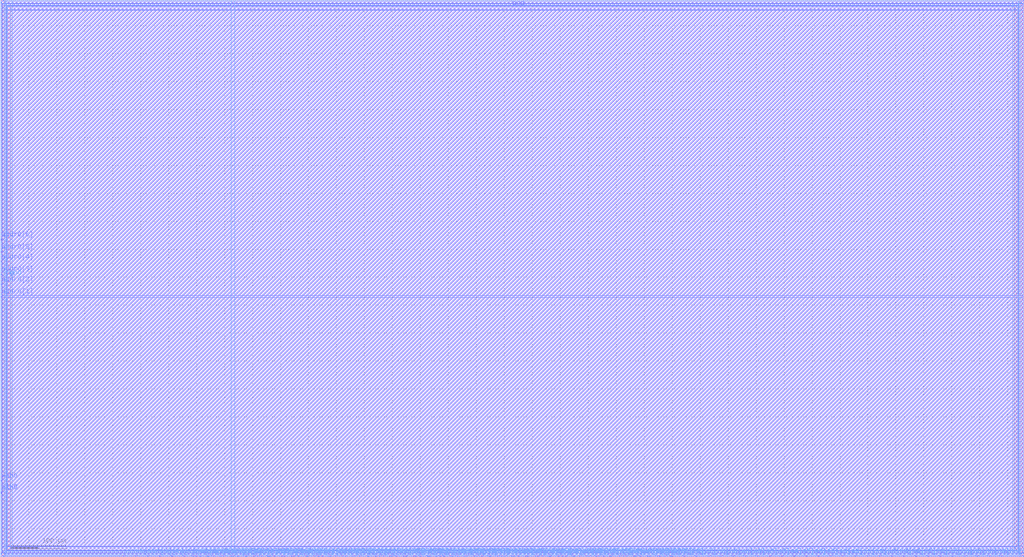
<source format=lef>
VERSION 5.4 ;
NAMESCASESENSITIVE ON ;
BUSBITCHARS "[]" ;
DIVIDERCHAR "/" ;
UNITS
  DATABASE MICRONS 2000 ;
END UNITS
MACRO sram_l1_icache_way
   CLASS BLOCK ;
   SIZE 1829.0 BY 996.4 ;
   SYMMETRY X Y R90 ;
   PIN din0[0]
      DIRECTION INPUT ;
      PORT
         LAYER met4 ;
         RECT  414.8 0.0 416.0 1.2 ;
      END
   END din0[0]
   PIN din0[1]
      DIRECTION INPUT ;
      PORT
         LAYER met4 ;
         RECT  436.6 0.0 437.8 1.2 ;
      END
   END din0[1]
   PIN din0[2]
      DIRECTION INPUT ;
      PORT
         LAYER met4 ;
         RECT  458.4 0.0 459.6 1.2 ;
      END
   END din0[2]
   PIN din0[3]
      DIRECTION INPUT ;
      PORT
         LAYER met4 ;
         RECT  480.2 0.0 481.4 1.2 ;
      END
   END din0[3]
   PIN din0[4]
      DIRECTION INPUT ;
      PORT
         LAYER met4 ;
         RECT  502.0 0.0 503.2 1.2 ;
      END
   END din0[4]
   PIN din0[5]
      DIRECTION INPUT ;
      PORT
         LAYER met4 ;
         RECT  523.8 0.0 525.0 1.2 ;
      END
   END din0[5]
   PIN din0[6]
      DIRECTION INPUT ;
      PORT
         LAYER met4 ;
         RECT  545.6 0.0 546.8 1.2 ;
      END
   END din0[6]
   PIN din0[7]
      DIRECTION INPUT ;
      PORT
         LAYER met4 ;
         RECT  567.4 0.0 568.6 1.2 ;
      END
   END din0[7]
   PIN din0[8]
      DIRECTION INPUT ;
      PORT
         LAYER met4 ;
         RECT  589.2 0.0 590.4 1.2 ;
      END
   END din0[8]
   PIN din0[9]
      DIRECTION INPUT ;
      PORT
         LAYER met4 ;
         RECT  611.0 0.0 612.2 1.2 ;
      END
   END din0[9]
   PIN din0[10]
      DIRECTION INPUT ;
      PORT
         LAYER met4 ;
         RECT  632.8 0.0 634.0 1.2 ;
      END
   END din0[10]
   PIN din0[11]
      DIRECTION INPUT ;
      PORT
         LAYER met4 ;
         RECT  654.6 0.0 655.8 1.2 ;
      END
   END din0[11]
   PIN din0[12]
      DIRECTION INPUT ;
      PORT
         LAYER met4 ;
         RECT  676.4 0.0 677.6 1.2 ;
      END
   END din0[12]
   PIN din0[13]
      DIRECTION INPUT ;
      PORT
         LAYER met4 ;
         RECT  698.2 0.0 699.4 1.2 ;
      END
   END din0[13]
   PIN din0[14]
      DIRECTION INPUT ;
      PORT
         LAYER met4 ;
         RECT  720.0 0.0 721.2 1.2 ;
      END
   END din0[14]
   PIN din0[15]
      DIRECTION INPUT ;
      PORT
         LAYER met4 ;
         RECT  741.8 0.0 743.0 1.2 ;
      END
   END din0[15]
   PIN din0[16]
      DIRECTION INPUT ;
      PORT
         LAYER met4 ;
         RECT  763.6 0.0 764.8 1.2 ;
      END
   END din0[16]
   PIN din0[17]
      DIRECTION INPUT ;
      PORT
         LAYER met4 ;
         RECT  785.4 0.0 786.6 1.2 ;
      END
   END din0[17]
   PIN din0[18]
      DIRECTION INPUT ;
      PORT
         LAYER met4 ;
         RECT  807.2 0.0 808.4 1.2 ;
      END
   END din0[18]
   PIN din0[19]
      DIRECTION INPUT ;
      PORT
         LAYER met4 ;
         RECT  829.0 0.0 830.2 1.2 ;
      END
   END din0[19]
   PIN din0[20]
      DIRECTION INPUT ;
      PORT
         LAYER met4 ;
         RECT  850.8 0.0 852.0 1.2 ;
      END
   END din0[20]
   PIN din0[21]
      DIRECTION INPUT ;
      PORT
         LAYER met4 ;
         RECT  872.6 0.0 873.8 1.2 ;
      END
   END din0[21]
   PIN din0[22]
      DIRECTION INPUT ;
      PORT
         LAYER met4 ;
         RECT  894.4 0.0 895.6 1.2 ;
      END
   END din0[22]
   PIN din0[23]
      DIRECTION INPUT ;
      PORT
         LAYER met4 ;
         RECT  916.2 0.0 917.4 1.2 ;
      END
   END din0[23]
   PIN din0[24]
      DIRECTION INPUT ;
      PORT
         LAYER met4 ;
         RECT  938.0 0.0 939.2 1.2 ;
      END
   END din0[24]
   PIN din0[25]
      DIRECTION INPUT ;
      PORT
         LAYER met4 ;
         RECT  959.8 0.0 961.0 1.2 ;
      END
   END din0[25]
   PIN din0[26]
      DIRECTION INPUT ;
      PORT
         LAYER met4 ;
         RECT  981.6 0.0 982.8 1.2 ;
      END
   END din0[26]
   PIN din0[27]
      DIRECTION INPUT ;
      PORT
         LAYER met4 ;
         RECT  1003.4 0.0 1004.6 1.2 ;
      END
   END din0[27]
   PIN din0[28]
      DIRECTION INPUT ;
      PORT
         LAYER met4 ;
         RECT  1025.2 0.0 1026.4 1.2 ;
      END
   END din0[28]
   PIN din0[29]
      DIRECTION INPUT ;
      PORT
         LAYER met4 ;
         RECT  1047.0 0.0 1048.2 1.2 ;
      END
   END din0[29]
   PIN din0[30]
      DIRECTION INPUT ;
      PORT
         LAYER met4 ;
         RECT  1068.8 0.0 1070.0 1.2 ;
      END
   END din0[30]
   PIN din0[31]
      DIRECTION INPUT ;
      PORT
         LAYER met4 ;
         RECT  1090.6 0.0 1091.8 1.2 ;
      END
   END din0[31]
   PIN din0[32]
      DIRECTION INPUT ;
      PORT
         LAYER met4 ;
         RECT  1112.4 0.0 1113.6 1.2 ;
      END
   END din0[32]
   PIN din0[33]
      DIRECTION INPUT ;
      PORT
         LAYER met4 ;
         RECT  1134.2 0.0 1135.4 1.2 ;
      END
   END din0[33]
   PIN din0[34]
      DIRECTION INPUT ;
      PORT
         LAYER met4 ;
         RECT  1156.0 0.0 1157.2 1.2 ;
      END
   END din0[34]
   PIN din0[35]
      DIRECTION INPUT ;
      PORT
         LAYER met4 ;
         RECT  1177.8 0.0 1179.0 1.2 ;
      END
   END din0[35]
   PIN din0[36]
      DIRECTION INPUT ;
      PORT
         LAYER met4 ;
         RECT  1199.6 0.0 1200.8 1.2 ;
      END
   END din0[36]
   PIN din0[37]
      DIRECTION INPUT ;
      PORT
         LAYER met4 ;
         RECT  1221.4 0.0 1222.6 1.2 ;
      END
   END din0[37]
   PIN din0[38]
      DIRECTION INPUT ;
      PORT
         LAYER met4 ;
         RECT  1243.2 0.0 1244.4 1.2 ;
      END
   END din0[38]
   PIN din0[39]
      DIRECTION INPUT ;
      PORT
         LAYER met4 ;
         RECT  1265.0 0.0 1266.2 1.2 ;
      END
   END din0[39]
   PIN din0[40]
      DIRECTION INPUT ;
      PORT
         LAYER met4 ;
         RECT  1286.8 0.0 1288.0 1.2 ;
      END
   END din0[40]
   PIN din0[41]
      DIRECTION INPUT ;
      PORT
         LAYER met4 ;
         RECT  1308.6 0.0 1309.8 1.2 ;
      END
   END din0[41]
   PIN din0[42]
      DIRECTION INPUT ;
      PORT
         LAYER met4 ;
         RECT  1330.4 0.0 1331.6 1.2 ;
      END
   END din0[42]
   PIN din0[43]
      DIRECTION INPUT ;
      PORT
         LAYER met4 ;
         RECT  1352.2 0.0 1353.4 1.2 ;
      END
   END din0[43]
   PIN din0[44]
      DIRECTION INPUT ;
      PORT
         LAYER met4 ;
         RECT  1374.0 0.0 1375.2 1.2 ;
      END
   END din0[44]
   PIN din0[45]
      DIRECTION INPUT ;
      PORT
         LAYER met4 ;
         RECT  1395.8 0.0 1397.0 1.2 ;
      END
   END din0[45]
   PIN din0[46]
      DIRECTION INPUT ;
      PORT
         LAYER met4 ;
         RECT  1417.6 0.0 1418.8 1.2 ;
      END
   END din0[46]
   PIN din0[47]
      DIRECTION INPUT ;
      PORT
         LAYER met4 ;
         RECT  1439.4 0.0 1440.6 1.2 ;
      END
   END din0[47]
   PIN din0[48]
      DIRECTION INPUT ;
      PORT
         LAYER met4 ;
         RECT  1461.2 0.0 1462.4 1.2 ;
      END
   END din0[48]
   PIN din0[49]
      DIRECTION INPUT ;
      PORT
         LAYER met4 ;
         RECT  1483.0 0.0 1484.2 1.2 ;
      END
   END din0[49]
   PIN din0[50]
      DIRECTION INPUT ;
      PORT
         LAYER met4 ;
         RECT  1504.8 0.0 1506.0 1.2 ;
      END
   END din0[50]
   PIN din0[51]
      DIRECTION INPUT ;
      PORT
         LAYER met4 ;
         RECT  1526.6 0.0 1527.8 1.2 ;
      END
   END din0[51]
   PIN din0[52]
      DIRECTION INPUT ;
      PORT
         LAYER met4 ;
         RECT  1548.4 0.0 1549.6 1.2 ;
      END
   END din0[52]
   PIN din0[53]
      DIRECTION INPUT ;
      PORT
         LAYER met4 ;
         RECT  1570.2 0.0 1571.4 1.2 ;
      END
   END din0[53]
   PIN din0[54]
      DIRECTION INPUT ;
      PORT
         LAYER met4 ;
         RECT  1592.0 0.0 1593.2 1.2 ;
      END
   END din0[54]
   PIN din0[55]
      DIRECTION INPUT ;
      PORT
         LAYER met4 ;
         RECT  1613.8 0.0 1615.0 1.2 ;
      END
   END din0[55]
   PIN din0[56]
      DIRECTION INPUT ;
      PORT
         LAYER met4 ;
         RECT  1635.6 0.0 1636.8 1.2 ;
      END
   END din0[56]
   PIN din0[57]
      DIRECTION INPUT ;
      PORT
         LAYER met4 ;
         RECT  1657.4 0.0 1658.6 1.2 ;
      END
   END din0[57]
   PIN din0[58]
      DIRECTION INPUT ;
      PORT
         LAYER met4 ;
         RECT  1679.2 0.0 1680.4 1.2 ;
      END
   END din0[58]
   PIN din0[59]
      DIRECTION INPUT ;
      PORT
         LAYER met4 ;
         RECT  1701.0 0.0 1702.2 1.2 ;
      END
   END din0[59]
   PIN din0[60]
      DIRECTION INPUT ;
      PORT
         LAYER met4 ;
         RECT  1722.8 0.0 1724.0 1.2 ;
      END
   END din0[60]
   PIN din0[61]
      DIRECTION INPUT ;
      PORT
         LAYER met4 ;
         RECT  1744.6 0.0 1745.8 1.2 ;
      END
   END din0[61]
   PIN din0[62]
      DIRECTION INPUT ;
      PORT
         LAYER met4 ;
         RECT  1766.4 0.0 1767.6 1.2 ;
      END
   END din0[62]
   PIN din0[63]
      DIRECTION INPUT ;
      PORT
         LAYER met4 ;
         RECT  1788.2 0.0 1789.4 1.2 ;
      END
   END din0[63]
   PIN addr0[0]
      DIRECTION INPUT ;
      PORT
         LAYER met4 ;
         RECT  218.6 0.0 219.8 1.2 ;
      END
   END addr0[0]
   PIN addr0[1]
      DIRECTION INPUT ;
      PORT
         LAYER met3 ;
         RECT  0.0 464.8 1.2 466.0 ;
      END
   END addr0[1]
   PIN addr0[2]
      DIRECTION INPUT ;
      PORT
         LAYER met3 ;
         RECT  0.0 486.8 1.2 488.0 ;
      END
   END addr0[2]
   PIN addr0[3]
      DIRECTION INPUT ;
      PORT
         LAYER met3 ;
         RECT  0.0 504.8 1.2 506.0 ;
      END
   END addr0[3]
   PIN addr0[4]
      DIRECTION INPUT ;
      PORT
         LAYER met3 ;
         RECT  0.0 526.8 1.2 528.0 ;
      END
   END addr0[4]
   PIN addr0[5]
      DIRECTION INPUT ;
      PORT
         LAYER met3 ;
         RECT  0.0 544.8 1.2 546.0 ;
      END
   END addr0[5]
   PIN addr0[6]
      DIRECTION INPUT ;
      PORT
         LAYER met3 ;
         RECT  0.0 566.8 1.2 568.0 ;
      END
   END addr0[6]
   PIN csb0
      DIRECTION INPUT ;
      PORT
         LAYER met3 ;
         RECT  0.0 113.4 1.2 114.6 ;
      END
   END csb0
   PIN web0
      DIRECTION INPUT ;
      PORT
         LAYER met3 ;
         RECT  0.0 135.4 1.2 136.6 ;
      END
   END web0
   PIN clk0
      DIRECTION INPUT ;
      PORT
         LAYER met3 ;
         RECT  0.0 115.4 1.2 116.6 ;
      END
   END clk0
   PIN wmask0[0]
      DIRECTION INPUT ;
      PORT
         LAYER met4 ;
         RECT  240.4 0.0 241.6 1.2 ;
      END
   END wmask0[0]
   PIN wmask0[1]
      DIRECTION INPUT ;
      PORT
         LAYER met4 ;
         RECT  262.2 0.0 263.4 1.2 ;
      END
   END wmask0[1]
   PIN wmask0[2]
      DIRECTION INPUT ;
      PORT
         LAYER met4 ;
         RECT  284.0 0.0 285.2 1.2 ;
      END
   END wmask0[2]
   PIN wmask0[3]
      DIRECTION INPUT ;
      PORT
         LAYER met4 ;
         RECT  305.8 0.0 307.0 1.2 ;
      END
   END wmask0[3]
   PIN wmask0[4]
      DIRECTION INPUT ;
      PORT
         LAYER met4 ;
         RECT  327.6 0.0 328.8 1.2 ;
      END
   END wmask0[4]
   PIN wmask0[5]
      DIRECTION INPUT ;
      PORT
         LAYER met4 ;
         RECT  349.4 0.0 350.6 1.2 ;
      END
   END wmask0[5]
   PIN wmask0[6]
      DIRECTION INPUT ;
      PORT
         LAYER met4 ;
         RECT  371.2 0.0 372.4 1.2 ;
      END
   END wmask0[6]
   PIN wmask0[7]
      DIRECTION INPUT ;
      PORT
         LAYER met4 ;
         RECT  393.0 0.0 394.2 1.2 ;
      END
   END wmask0[7]
   PIN dout0[0]
      DIRECTION OUTPUT ;
      PORT
         LAYER met4 ;
         RECT  343.5 0.0 344.7 1.2 ;
      END
   END dout0[0]
   PIN dout0[1]
      DIRECTION OUTPUT ;
      PORT
         LAYER met4 ;
         RECT  356.9 0.0 358.1 1.2 ;
      END
   END dout0[1]
   PIN dout0[2]
      DIRECTION OUTPUT ;
      PORT
         LAYER met4 ;
         RECT  368.6 0.0 369.8 1.2 ;
      END
   END dout0[2]
   PIN dout0[3]
      DIRECTION OUTPUT ;
      PORT
         LAYER met4 ;
         RECT  379.8 0.0 381.0 1.2 ;
      END
   END dout0[3]
   PIN dout0[4]
      DIRECTION OUTPUT ;
      PORT
         LAYER met4 ;
         RECT  397.7 0.0 398.9 1.2 ;
      END
   END dout0[4]
   PIN dout0[5]
      DIRECTION OUTPUT ;
      PORT
         LAYER met4 ;
         RECT  411.3 0.0 412.5 1.2 ;
      END
   END dout0[5]
   PIN dout0[6]
      DIRECTION OUTPUT ;
      PORT
         LAYER met4 ;
         RECT  423.1 0.0 424.3 1.2 ;
      END
   END dout0[6]
   PIN dout0[7]
      DIRECTION OUTPUT ;
      PORT
         LAYER met4 ;
         RECT  439.2 0.0 440.4 1.2 ;
      END
   END dout0[7]
   PIN dout0[8]
      DIRECTION OUTPUT ;
      PORT
         LAYER met4 ;
         RECT  452.3 0.0 453.5 1.2 ;
      END
   END dout0[8]
   PIN dout0[9]
      DIRECTION OUTPUT ;
      PORT
         LAYER met4 ;
         RECT  465.7 0.0 466.9 1.2 ;
      END
   END dout0[9]
   PIN dout0[10]
      DIRECTION OUTPUT ;
      PORT
         LAYER met4 ;
         RECT  477.5 0.0 478.7 1.2 ;
      END
   END dout0[10]
   PIN dout0[11]
      DIRECTION OUTPUT ;
      PORT
         LAYER met4 ;
         RECT  488.8 0.0 490.0 1.2 ;
      END
   END dout0[11]
   PIN dout0[12]
      DIRECTION OUTPUT ;
      PORT
         LAYER met4 ;
         RECT  506.5 0.0 507.7 1.2 ;
      END
   END dout0[12]
   PIN dout0[13]
      DIRECTION OUTPUT ;
      PORT
         LAYER met4 ;
         RECT  520.1 0.0 521.3 1.2 ;
      END
   END dout0[13]
   PIN dout0[14]
      DIRECTION OUTPUT ;
      PORT
         LAYER met4 ;
         RECT  531.9 0.0 533.1 1.2 ;
      END
   END dout0[14]
   PIN dout0[15]
      DIRECTION OUTPUT ;
      PORT
         LAYER met4 ;
         RECT  548.2 0.0 549.4 1.2 ;
      END
   END dout0[15]
   PIN dout0[16]
      DIRECTION OUTPUT ;
      PORT
         LAYER met4 ;
         RECT  561.1 0.0 562.3 1.2 ;
      END
   END dout0[16]
   PIN dout0[17]
      DIRECTION OUTPUT ;
      PORT
         LAYER met4 ;
         RECT  574.5 0.0 575.7 1.2 ;
      END
   END dout0[17]
   PIN dout0[18]
      DIRECTION OUTPUT ;
      PORT
         LAYER met4 ;
         RECT  586.3 0.0 587.5 1.2 ;
      END
   END dout0[18]
   PIN dout0[19]
      DIRECTION OUTPUT ;
      PORT
         LAYER met4 ;
         RECT  597.8 0.0 599.0 1.2 ;
      END
   END dout0[19]
   PIN dout0[20]
      DIRECTION OUTPUT ;
      PORT
         LAYER met4 ;
         RECT  615.3 0.0 616.5 1.2 ;
      END
   END dout0[20]
   PIN dout0[21]
      DIRECTION OUTPUT ;
      PORT
         LAYER met4 ;
         RECT  628.9 0.0 630.1 1.2 ;
      END
   END dout0[21]
   PIN dout0[22]
      DIRECTION OUTPUT ;
      PORT
         LAYER met4 ;
         RECT  640.7 0.0 641.9 1.2 ;
      END
   END dout0[22]
   PIN dout0[23]
      DIRECTION OUTPUT ;
      PORT
         LAYER met4 ;
         RECT  657.2 0.0 658.4 1.2 ;
      END
   END dout0[23]
   PIN dout0[24]
      DIRECTION OUTPUT ;
      PORT
         LAYER met4 ;
         RECT  669.9 0.0 671.1 1.2 ;
      END
   END dout0[24]
   PIN dout0[25]
      DIRECTION OUTPUT ;
      PORT
         LAYER met4 ;
         RECT  683.3 0.0 684.5 1.2 ;
      END
   END dout0[25]
   PIN dout0[26]
      DIRECTION OUTPUT ;
      PORT
         LAYER met4 ;
         RECT  695.1 0.0 696.3 1.2 ;
      END
   END dout0[26]
   PIN dout0[27]
      DIRECTION OUTPUT ;
      PORT
         LAYER met4 ;
         RECT  706.8 0.0 708.0 1.2 ;
      END
   END dout0[27]
   PIN dout0[28]
      DIRECTION OUTPUT ;
      PORT
         LAYER met4 ;
         RECT  724.1 0.0 725.3 1.2 ;
      END
   END dout0[28]
   PIN dout0[29]
      DIRECTION OUTPUT ;
      PORT
         LAYER met4 ;
         RECT  737.7 0.0 738.9 1.2 ;
      END
   END dout0[29]
   PIN dout0[30]
      DIRECTION OUTPUT ;
      PORT
         LAYER met4 ;
         RECT  749.5 0.0 750.7 1.2 ;
      END
   END dout0[30]
   PIN dout0[31]
      DIRECTION OUTPUT ;
      PORT
         LAYER met4 ;
         RECT  766.2 0.0 767.4 1.2 ;
      END
   END dout0[31]
   PIN dout0[32]
      DIRECTION OUTPUT ;
      PORT
         LAYER met4 ;
         RECT  778.7 0.0 779.9 1.2 ;
      END
   END dout0[32]
   PIN dout0[33]
      DIRECTION OUTPUT ;
      PORT
         LAYER met4 ;
         RECT  792.1 0.0 793.3 1.2 ;
      END
   END dout0[33]
   PIN dout0[34]
      DIRECTION OUTPUT ;
      PORT
         LAYER met4 ;
         RECT  803.9 0.0 805.1 1.2 ;
      END
   END dout0[34]
   PIN dout0[35]
      DIRECTION OUTPUT ;
      PORT
         LAYER met4 ;
         RECT  815.8 0.0 817.0 1.2 ;
      END
   END dout0[35]
   PIN dout0[36]
      DIRECTION OUTPUT ;
      PORT
         LAYER met4 ;
         RECT  832.9 0.0 834.1 1.2 ;
      END
   END dout0[36]
   PIN dout0[37]
      DIRECTION OUTPUT ;
      PORT
         LAYER met4 ;
         RECT  846.5 0.0 847.7 1.2 ;
      END
   END dout0[37]
   PIN dout0[38]
      DIRECTION OUTPUT ;
      PORT
         LAYER met4 ;
         RECT  859.4 0.0 860.6 1.2 ;
      END
   END dout0[38]
   PIN dout0[39]
      DIRECTION OUTPUT ;
      PORT
         LAYER met4 ;
         RECT  875.2 0.0 876.4 1.2 ;
      END
   END dout0[39]
   PIN dout0[40]
      DIRECTION OUTPUT ;
      PORT
         LAYER met4 ;
         RECT  887.5 0.0 888.7 1.2 ;
      END
   END dout0[40]
   PIN dout0[41]
      DIRECTION OUTPUT ;
      PORT
         LAYER met4 ;
         RECT  900.9 0.0 902.1 1.2 ;
      END
   END dout0[41]
   PIN dout0[42]
      DIRECTION OUTPUT ;
      PORT
         LAYER met4 ;
         RECT  912.7 0.0 913.9 1.2 ;
      END
   END dout0[42]
   PIN dout0[43]
      DIRECTION OUTPUT ;
      PORT
         LAYER met4 ;
         RECT  924.8 0.0 926.0 1.2 ;
      END
   END dout0[43]
   PIN dout0[44]
      DIRECTION OUTPUT ;
      PORT
         LAYER met4 ;
         RECT  941.7 0.0 942.9 1.2 ;
      END
   END dout0[44]
   PIN dout0[45]
      DIRECTION OUTPUT ;
      PORT
         LAYER met4 ;
         RECT  955.3 0.0 956.5 1.2 ;
      END
   END dout0[45]
   PIN dout0[46]
      DIRECTION OUTPUT ;
      PORT
         LAYER met4 ;
         RECT  968.4 0.0 969.6 1.2 ;
      END
   END dout0[46]
   PIN dout0[47]
      DIRECTION OUTPUT ;
      PORT
         LAYER met4 ;
         RECT  979.0 0.0 980.2 1.2 ;
      END
   END dout0[47]
   PIN dout0[48]
      DIRECTION OUTPUT ;
      PORT
         LAYER met4 ;
         RECT  996.3 0.0 997.5 1.2 ;
      END
   END dout0[48]
   PIN dout0[49]
      DIRECTION OUTPUT ;
      PORT
         LAYER met4 ;
         RECT  1009.7 0.0 1010.9 1.2 ;
      END
   END dout0[49]
   PIN dout0[50]
      DIRECTION OUTPUT ;
      PORT
         LAYER met4 ;
         RECT  1022.6 0.0 1023.8 1.2 ;
      END
   END dout0[50]
   PIN dout0[51]
      DIRECTION OUTPUT ;
      PORT
         LAYER met4 ;
         RECT  1033.8 0.0 1035.0 1.2 ;
      END
   END dout0[51]
   PIN dout0[52]
      DIRECTION OUTPUT ;
      PORT
         LAYER met4 ;
         RECT  1050.5 0.0 1051.7 1.2 ;
      END
   END dout0[52]
   PIN dout0[53]
      DIRECTION OUTPUT ;
      PORT
         LAYER met4 ;
         RECT  1064.1 0.0 1065.3 1.2 ;
      END
   END dout0[53]
   PIN dout0[54]
      DIRECTION OUTPUT ;
      PORT
         LAYER met4 ;
         RECT  1077.4 0.0 1078.6 1.2 ;
      END
   END dout0[54]
   PIN dout0[55]
      DIRECTION OUTPUT ;
      PORT
         LAYER met4 ;
         RECT  1088.0 0.0 1089.2 1.2 ;
      END
   END dout0[55]
   PIN dout0[56]
      DIRECTION OUTPUT ;
      PORT
         LAYER met4 ;
         RECT  1105.1 0.0 1106.3 1.2 ;
      END
   END dout0[56]
   PIN dout0[57]
      DIRECTION OUTPUT ;
      PORT
         LAYER met4 ;
         RECT  1118.5 0.0 1119.7 1.2 ;
      END
   END dout0[57]
   PIN dout0[58]
      DIRECTION OUTPUT ;
      PORT
         LAYER met4 ;
         RECT  1131.6 0.0 1132.8 1.2 ;
      END
   END dout0[58]
   PIN dout0[59]
      DIRECTION OUTPUT ;
      PORT
         LAYER met4 ;
         RECT  1142.8 0.0 1144.0 1.2 ;
      END
   END dout0[59]
   PIN dout0[60]
      DIRECTION OUTPUT ;
      PORT
         LAYER met4 ;
         RECT  1159.3 0.0 1160.5 1.2 ;
      END
   END dout0[60]
   PIN dout0[61]
      DIRECTION OUTPUT ;
      PORT
         LAYER met4 ;
         RECT  1172.9 0.0 1174.1 1.2 ;
      END
   END dout0[61]
   PIN dout0[62]
      DIRECTION OUTPUT ;
      PORT
         LAYER met4 ;
         RECT  1186.4 0.0 1187.6 1.2 ;
      END
   END dout0[62]
   PIN dout0[63]
      DIRECTION OUTPUT ;
      PORT
         LAYER met4 ;
         RECT  1197.0 0.0 1198.2 1.2 ;
      END
   END dout0[63]
   PIN vdd
      DIRECTION INOUT ;
      USE POWER ; 
      SHAPE ABUTMENT ; 
      PORT
         LAYER met3 ;
         RECT  0.0 0.0 1829.0 6.0 ;
         LAYER met4 ;
         RECT  1823.0 0.0 1829.0 996.4 ;
         LAYER met3 ;
         RECT  0.0 990.4 1829.0 996.4 ;
         LAYER met4 ;
         RECT  0.0 0.0 6.0 996.4 ;
      END
   END vdd
   PIN gnd
      DIRECTION INOUT ;
      USE GROUND ; 
      SHAPE ABUTMENT ; 
      PORT
         LAYER met4 ;
         RECT  1811.0 12.0 1817.0 984.4 ;
         LAYER met4 ;
         RECT  12.0 12.0 18.0 984.4 ;
         LAYER met3 ;
         RECT  12.0 12.0 1817.0 18.0 ;
         LAYER met3 ;
         RECT  12.0 978.4 1817.0 984.4 ;
      END
   END gnd
   OBS
   LAYER  met1 ;
      RECT  1.4 1.4 1827.6 995.0 ;
   LAYER  met2 ;
      RECT  1.4 1.4 1827.6 995.0 ;
   LAYER  met3 ;
      RECT  2.4 463.6 1827.6 467.2 ;
      RECT  1.4 467.2 2.4 485.6 ;
      RECT  1.4 489.2 2.4 503.6 ;
      RECT  1.4 507.2 2.4 525.6 ;
      RECT  1.4 529.2 2.4 543.6 ;
      RECT  1.4 547.2 2.4 565.6 ;
      RECT  1.4 137.8 2.4 463.6 ;
      RECT  1.4 117.8 2.4 134.2 ;
      RECT  1.4 7.2 2.4 112.2 ;
      RECT  1.4 569.2 2.4 989.2 ;
      RECT  2.4 7.2 10.8 10.8 ;
      RECT  2.4 10.8 10.8 19.2 ;
      RECT  2.4 19.2 10.8 463.6 ;
      RECT  10.8 7.2 1818.2 10.8 ;
      RECT  10.8 19.2 1818.2 463.6 ;
      RECT  1818.2 7.2 1827.6 10.8 ;
      RECT  1818.2 10.8 1827.6 19.2 ;
      RECT  1818.2 19.2 1827.6 463.6 ;
      RECT  2.4 467.2 10.8 977.2 ;
      RECT  2.4 977.2 10.8 985.6 ;
      RECT  2.4 985.6 10.8 989.2 ;
      RECT  10.8 467.2 1818.2 977.2 ;
      RECT  10.8 985.6 1818.2 989.2 ;
      RECT  1818.2 467.2 1827.6 977.2 ;
      RECT  1818.2 977.2 1827.6 985.6 ;
      RECT  1818.2 985.6 1827.6 989.2 ;
   LAYER  met4 ;
      RECT  412.4 3.6 418.4 995.0 ;
      RECT  1203.2 1.4 1219.0 3.6 ;
      RECT  1225.0 1.4 1240.8 3.6 ;
      RECT  1246.8 1.4 1262.6 3.6 ;
      RECT  1268.6 1.4 1284.4 3.6 ;
      RECT  1290.4 1.4 1306.2 3.6 ;
      RECT  1312.2 1.4 1328.0 3.6 ;
      RECT  1334.0 1.4 1349.8 3.6 ;
      RECT  1355.8 1.4 1371.6 3.6 ;
      RECT  1377.6 1.4 1393.4 3.6 ;
      RECT  1399.4 1.4 1415.2 3.6 ;
      RECT  1421.2 1.4 1437.0 3.6 ;
      RECT  1443.0 1.4 1458.8 3.6 ;
      RECT  1464.8 1.4 1480.6 3.6 ;
      RECT  1486.6 1.4 1502.4 3.6 ;
      RECT  1508.4 1.4 1524.2 3.6 ;
      RECT  1530.2 1.4 1546.0 3.6 ;
      RECT  1552.0 1.4 1567.8 3.6 ;
      RECT  1573.8 1.4 1589.6 3.6 ;
      RECT  1595.6 1.4 1611.4 3.6 ;
      RECT  1617.4 1.4 1633.2 3.6 ;
      RECT  1639.2 1.4 1655.0 3.6 ;
      RECT  1661.0 1.4 1676.8 3.6 ;
      RECT  1682.8 1.4 1698.6 3.6 ;
      RECT  1704.6 1.4 1720.4 3.6 ;
      RECT  1726.4 1.4 1742.2 3.6 ;
      RECT  1748.2 1.4 1764.0 3.6 ;
      RECT  1770.0 1.4 1785.8 3.6 ;
      RECT  222.2 1.4 238.0 3.6 ;
      RECT  244.0 1.4 259.8 3.6 ;
      RECT  265.8 1.4 281.6 3.6 ;
      RECT  287.6 1.4 303.4 3.6 ;
      RECT  309.4 1.4 325.2 3.6 ;
      RECT  331.2 1.4 341.1 3.6 ;
      RECT  353.0 1.4 354.5 3.6 ;
      RECT  360.5 1.4 366.2 3.6 ;
      RECT  374.8 1.4 377.4 3.6 ;
      RECT  383.4 1.4 390.6 3.6 ;
      RECT  401.3 1.4 408.9 3.6 ;
      RECT  418.4 1.4 420.7 3.6 ;
      RECT  426.7 1.4 434.2 3.6 ;
      RECT  442.8 1.4 449.9 3.6 ;
      RECT  455.9 1.4 456.0 3.6 ;
      RECT  462.0 1.4 463.3 3.6 ;
      RECT  469.3 1.4 475.1 3.6 ;
      RECT  483.8 1.4 486.4 3.6 ;
      RECT  492.4 1.4 499.6 3.6 ;
      RECT  510.1 1.4 517.7 3.6 ;
      RECT  527.4 1.4 529.5 3.6 ;
      RECT  535.5 1.4 543.2 3.6 ;
      RECT  551.8 1.4 558.7 3.6 ;
      RECT  564.7 1.4 565.0 3.6 ;
      RECT  571.0 1.4 572.1 3.6 ;
      RECT  578.1 1.4 583.9 3.6 ;
      RECT  592.8 1.4 595.4 3.6 ;
      RECT  601.4 1.4 608.6 3.6 ;
      RECT  618.9 1.4 626.5 3.6 ;
      RECT  636.4 1.4 638.3 3.6 ;
      RECT  644.3 1.4 652.2 3.6 ;
      RECT  660.8 1.4 667.5 3.6 ;
      RECT  673.5 1.4 674.0 3.6 ;
      RECT  680.0 1.4 680.9 3.6 ;
      RECT  686.9 1.4 692.7 3.6 ;
      RECT  701.8 1.4 704.4 3.6 ;
      RECT  710.4 1.4 717.6 3.6 ;
      RECT  727.7 1.4 735.3 3.6 ;
      RECT  745.4 1.4 747.1 3.6 ;
      RECT  753.1 1.4 761.2 3.6 ;
      RECT  769.8 1.4 776.3 3.6 ;
      RECT  782.3 1.4 783.0 3.6 ;
      RECT  789.0 1.4 789.7 3.6 ;
      RECT  795.7 1.4 801.5 3.6 ;
      RECT  810.8 1.4 813.4 3.6 ;
      RECT  819.4 1.4 826.6 3.6 ;
      RECT  836.5 1.4 844.1 3.6 ;
      RECT  854.4 1.4 857.0 3.6 ;
      RECT  863.0 1.4 870.2 3.6 ;
      RECT  878.8 1.4 885.1 3.6 ;
      RECT  891.1 1.4 892.0 3.6 ;
      RECT  898.0 1.4 898.5 3.6 ;
      RECT  904.5 1.4 910.3 3.6 ;
      RECT  919.8 1.4 922.4 3.6 ;
      RECT  928.4 1.4 935.6 3.6 ;
      RECT  945.3 1.4 952.9 3.6 ;
      RECT  963.4 1.4 966.0 3.6 ;
      RECT  972.0 1.4 976.6 3.6 ;
      RECT  985.2 1.4 993.9 3.6 ;
      RECT  999.9 1.4 1001.0 3.6 ;
      RECT  1007.0 1.4 1007.3 3.6 ;
      RECT  1013.3 1.4 1020.2 3.6 ;
      RECT  1028.8 1.4 1031.4 3.6 ;
      RECT  1037.4 1.4 1044.6 3.6 ;
      RECT  1054.1 1.4 1061.7 3.6 ;
      RECT  1072.4 1.4 1075.0 3.6 ;
      RECT  1081.0 1.4 1085.6 3.6 ;
      RECT  1094.2 1.4 1102.7 3.6 ;
      RECT  1108.7 1.4 1110.0 3.6 ;
      RECT  1116.0 1.4 1116.1 3.6 ;
      RECT  1122.1 1.4 1129.2 3.6 ;
      RECT  1137.8 1.4 1140.4 3.6 ;
      RECT  1146.4 1.4 1153.6 3.6 ;
      RECT  1162.9 1.4 1170.5 3.6 ;
      RECT  1181.4 1.4 1184.0 3.6 ;
      RECT  1190.0 1.4 1194.6 3.6 ;
      RECT  1791.8 1.4 1820.6 3.6 ;
      RECT  8.4 1.4 216.2 3.6 ;
      RECT  418.4 3.6 1808.6 9.6 ;
      RECT  418.4 9.6 1808.6 986.8 ;
      RECT  418.4 986.8 1808.6 995.0 ;
      RECT  1808.6 3.6 1819.4 9.6 ;
      RECT  1808.6 986.8 1819.4 995.0 ;
      RECT  1819.4 3.6 1820.6 9.6 ;
      RECT  1819.4 9.6 1820.6 986.8 ;
      RECT  1819.4 986.8 1820.6 995.0 ;
      RECT  8.4 3.6 9.6 9.6 ;
      RECT  8.4 9.6 9.6 986.8 ;
      RECT  8.4 986.8 9.6 995.0 ;
      RECT  9.6 3.6 20.4 9.6 ;
      RECT  9.6 986.8 20.4 995.0 ;
      RECT  20.4 3.6 412.4 9.6 ;
      RECT  20.4 9.6 412.4 986.8 ;
      RECT  20.4 986.8 412.4 995.0 ;
   END
END    sram_l1_icache_way
END    LIBRARY

</source>
